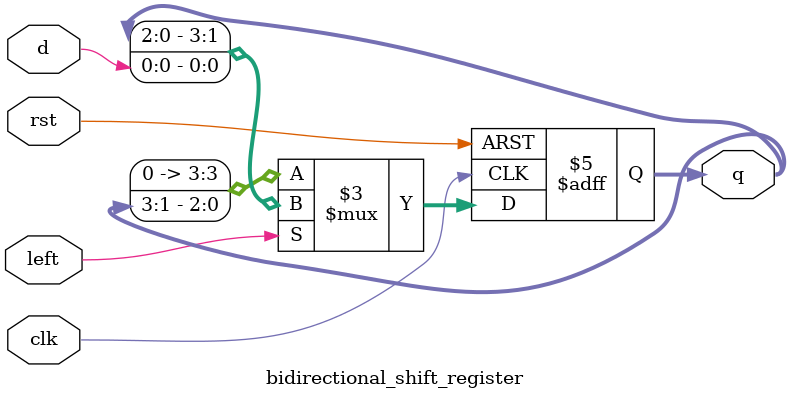
<source format=v>
module bidirectional_shift_register (
    input clk,
    input rst,
    input d,
    input left,
    output reg [3:0] q
);
    always @(posedge clk or posedge rst) begin
        if (rst) 
            q <= 0;
        else if (left) 
            q <= {q[2:0], d}; 
        else 
            q <= {1'b0, q[3:1]}; 
    end
endmodule

</source>
